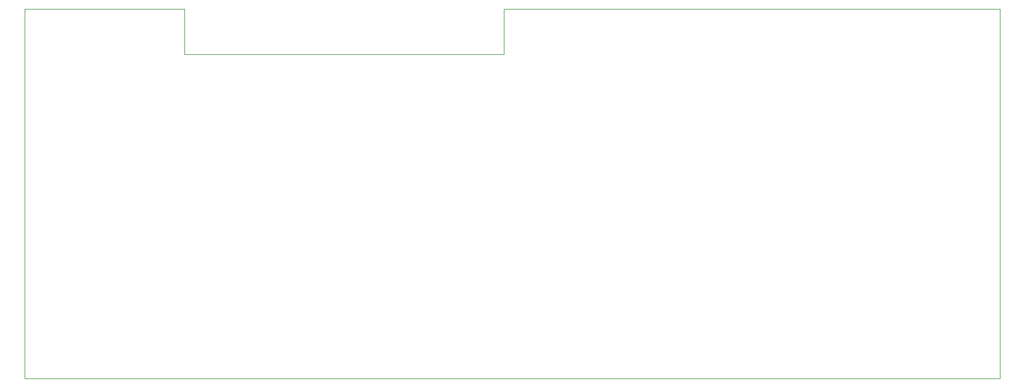
<source format=gm1>
G04 #@! TF.GenerationSoftware,KiCad,Pcbnew,9.0.2*
G04 #@! TF.CreationDate,2025-06-05T13:18:06+02:00*
G04 #@! TF.ProjectId,nTerm2-S FT231,6e546572-6d32-42d5-9320-46543233312e,0.08*
G04 #@! TF.SameCoordinates,Original*
G04 #@! TF.FileFunction,Profile,NP*
%FSLAX46Y46*%
G04 Gerber Fmt 4.6, Leading zero omitted, Abs format (unit mm)*
G04 Created by KiCad (PCBNEW 9.0.2) date 2025-06-05 13:18:06*
%MOMM*%
%LPD*%
G01*
G04 APERTURE LIST*
G04 #@! TA.AperFunction,Profile*
%ADD10C,0.050000*%
G04 #@! TD*
G04 APERTURE END LIST*
D10*
X98236000Y-71968500D02*
X74106000Y-71968500D01*
X146496000Y-78826500D02*
X146496000Y-71968500D01*
X146496000Y-71968500D02*
X221426000Y-71968500D01*
X74106000Y-127848500D02*
X74106000Y-71968500D01*
X98231795Y-78826500D02*
X112587000Y-78826500D01*
X221426000Y-127848500D02*
X74106000Y-127848500D01*
X98236000Y-71968500D02*
X98231795Y-78826500D01*
X221426000Y-71968500D02*
X221426000Y-127848500D01*
X112587000Y-78826500D02*
X146496000Y-78826500D01*
M02*

</source>
